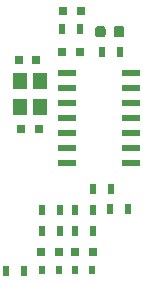
<source format=gbr>
G04 #@! TF.GenerationSoftware,KiCad,Pcbnew,6.0.0-rc1-unknown-0bceb69~66~ubuntu16.04.1*
G04 #@! TF.CreationDate,2018-12-05T15:47:40+02:00
G04 #@! TF.ProjectId,i2c-moist-sensor,6932632d-6d6f-4697-9374-2d73656e736f,rev?*
G04 #@! TF.SameCoordinates,Original*
G04 #@! TF.FileFunction,Paste,Top*
G04 #@! TF.FilePolarity,Positive*
%FSLAX46Y46*%
G04 Gerber Fmt 4.6, Leading zero omitted, Abs format (unit mm)*
G04 Created by KiCad (PCBNEW 6.0.0-rc1-unknown-0bceb69~66~ubuntu16.04.1) date Wed 05 Dec 2018 03:47:40 PM EET*
%MOMM*%
%LPD*%
G04 APERTURE LIST*
%ADD10C,0.100000*%
%ADD11C,0.869000*%
%ADD12R,1.194000X1.394000*%
%ADD13R,0.594000X0.694000*%
%ADD14R,0.794000X0.744000*%
%ADD15R,0.494000X0.894000*%
%ADD16R,1.494000X0.594000*%
G04 APERTURE END LIST*
D10*
G04 #@! TO.C,D3*
G36*
X98726044Y-36029046D02*
G01*
X98747133Y-36032174D01*
X98767814Y-36037355D01*
X98787888Y-36044537D01*
X98807161Y-36053653D01*
X98825448Y-36064613D01*
X98842572Y-36077313D01*
X98858369Y-36091631D01*
X98872687Y-36107428D01*
X98885387Y-36124552D01*
X98896347Y-36142839D01*
X98905463Y-36162112D01*
X98912645Y-36182186D01*
X98917826Y-36202867D01*
X98920954Y-36223956D01*
X98922000Y-36245250D01*
X98922000Y-36754750D01*
X98920954Y-36776044D01*
X98917826Y-36797133D01*
X98912645Y-36817814D01*
X98905463Y-36837888D01*
X98896347Y-36857161D01*
X98885387Y-36875448D01*
X98872687Y-36892572D01*
X98858369Y-36908369D01*
X98842572Y-36922687D01*
X98825448Y-36935387D01*
X98807161Y-36946347D01*
X98787888Y-36955463D01*
X98767814Y-36962645D01*
X98747133Y-36967826D01*
X98726044Y-36970954D01*
X98704750Y-36972000D01*
X98270250Y-36972000D01*
X98248956Y-36970954D01*
X98227867Y-36967826D01*
X98207186Y-36962645D01*
X98187112Y-36955463D01*
X98167839Y-36946347D01*
X98149552Y-36935387D01*
X98132428Y-36922687D01*
X98116631Y-36908369D01*
X98102313Y-36892572D01*
X98089613Y-36875448D01*
X98078653Y-36857161D01*
X98069537Y-36837888D01*
X98062355Y-36817814D01*
X98057174Y-36797133D01*
X98054046Y-36776044D01*
X98053000Y-36754750D01*
X98053000Y-36245250D01*
X98054046Y-36223956D01*
X98057174Y-36202867D01*
X98062355Y-36182186D01*
X98069537Y-36162112D01*
X98078653Y-36142839D01*
X98089613Y-36124552D01*
X98102313Y-36107428D01*
X98116631Y-36091631D01*
X98132428Y-36077313D01*
X98149552Y-36064613D01*
X98167839Y-36053653D01*
X98187112Y-36044537D01*
X98207186Y-36037355D01*
X98227867Y-36032174D01*
X98248956Y-36029046D01*
X98270250Y-36028000D01*
X98704750Y-36028000D01*
X98726044Y-36029046D01*
X98726044Y-36029046D01*
G37*
D11*
X98487500Y-36500000D03*
D10*
G36*
X97151044Y-36029046D02*
G01*
X97172133Y-36032174D01*
X97192814Y-36037355D01*
X97212888Y-36044537D01*
X97232161Y-36053653D01*
X97250448Y-36064613D01*
X97267572Y-36077313D01*
X97283369Y-36091631D01*
X97297687Y-36107428D01*
X97310387Y-36124552D01*
X97321347Y-36142839D01*
X97330463Y-36162112D01*
X97337645Y-36182186D01*
X97342826Y-36202867D01*
X97345954Y-36223956D01*
X97347000Y-36245250D01*
X97347000Y-36754750D01*
X97345954Y-36776044D01*
X97342826Y-36797133D01*
X97337645Y-36817814D01*
X97330463Y-36837888D01*
X97321347Y-36857161D01*
X97310387Y-36875448D01*
X97297687Y-36892572D01*
X97283369Y-36908369D01*
X97267572Y-36922687D01*
X97250448Y-36935387D01*
X97232161Y-36946347D01*
X97212888Y-36955463D01*
X97192814Y-36962645D01*
X97172133Y-36967826D01*
X97151044Y-36970954D01*
X97129750Y-36972000D01*
X96695250Y-36972000D01*
X96673956Y-36970954D01*
X96652867Y-36967826D01*
X96632186Y-36962645D01*
X96612112Y-36955463D01*
X96592839Y-36946347D01*
X96574552Y-36935387D01*
X96557428Y-36922687D01*
X96541631Y-36908369D01*
X96527313Y-36892572D01*
X96514613Y-36875448D01*
X96503653Y-36857161D01*
X96494537Y-36837888D01*
X96487355Y-36817814D01*
X96482174Y-36797133D01*
X96479046Y-36776044D01*
X96478000Y-36754750D01*
X96478000Y-36245250D01*
X96479046Y-36223956D01*
X96482174Y-36202867D01*
X96487355Y-36182186D01*
X96494537Y-36162112D01*
X96503653Y-36142839D01*
X96514613Y-36124552D01*
X96527313Y-36107428D01*
X96541631Y-36091631D01*
X96557428Y-36077313D01*
X96574552Y-36064613D01*
X96592839Y-36053653D01*
X96612112Y-36044537D01*
X96632186Y-36037355D01*
X96652867Y-36032174D01*
X96673956Y-36029046D01*
X96695250Y-36028000D01*
X97129750Y-36028000D01*
X97151044Y-36029046D01*
X97151044Y-36029046D01*
G37*
D11*
X96912500Y-36500000D03*
G04 #@! TD*
D12*
G04 #@! TO.C,X1*
X91800000Y-42900000D03*
X91800000Y-40700000D03*
X90100000Y-40700000D03*
X90100000Y-42900000D03*
G04 #@! TD*
D13*
G04 #@! TO.C,D2*
X96204000Y-56642000D03*
X94804000Y-56642000D03*
G04 #@! TD*
G04 #@! TO.C,D1*
X93410000Y-56642000D03*
X92010000Y-56642000D03*
G04 #@! TD*
D14*
G04 #@! TO.C,C1*
X91700000Y-44700000D03*
X90200000Y-44700000D03*
G04 #@! TD*
G04 #@! TO.C,C2*
X90000000Y-38900000D03*
X91500000Y-38900000D03*
G04 #@! TD*
G04 #@! TO.C,C3*
X93650000Y-38200000D03*
X95150000Y-38200000D03*
G04 #@! TD*
G04 #@! TO.C,C4*
X93400000Y-55150000D03*
X91900000Y-55150000D03*
G04 #@! TD*
G04 #@! TO.C,C5*
X94800000Y-55150000D03*
X96300000Y-55150000D03*
G04 #@! TD*
G04 #@! TO.C,C6*
X95250000Y-34700000D03*
X93750000Y-34700000D03*
G04 #@! TD*
D15*
G04 #@! TO.C,R1*
X95200000Y-36300000D03*
X93700000Y-36300000D03*
G04 #@! TD*
G04 #@! TO.C,R2*
X96278000Y-49784000D03*
X97778000Y-49784000D03*
G04 #@! TD*
G04 #@! TO.C,R4*
X88950000Y-56750000D03*
X90450000Y-56750000D03*
G04 #@! TD*
G04 #@! TO.C,R5*
X93460000Y-51562000D03*
X91960000Y-51562000D03*
G04 #@! TD*
G04 #@! TO.C,R6*
X94754000Y-51562000D03*
X96254000Y-51562000D03*
G04 #@! TD*
G04 #@! TO.C,R7*
X91960000Y-53340000D03*
X93460000Y-53340000D03*
G04 #@! TD*
G04 #@! TO.C,R8*
X96254000Y-53340000D03*
X94754000Y-53340000D03*
G04 #@! TD*
G04 #@! TO.C,R9*
X98550000Y-38200000D03*
X97050000Y-38200000D03*
G04 #@! TD*
G04 #@! TO.C,TH1*
X97750000Y-51500000D03*
X99250000Y-51500000D03*
G04 #@! TD*
D16*
G04 #@! TO.C,IC1*
X94100000Y-39990000D03*
X94100000Y-41260000D03*
X94100000Y-42530000D03*
X94100000Y-43800000D03*
X94100000Y-45070000D03*
X94100000Y-46340000D03*
X94100000Y-47610000D03*
X99500000Y-47610000D03*
X99500000Y-46340000D03*
X99500000Y-45070000D03*
X99500000Y-43800000D03*
X99500000Y-42530000D03*
X99500000Y-41260000D03*
X99500000Y-39990000D03*
G04 #@! TD*
M02*

</source>
